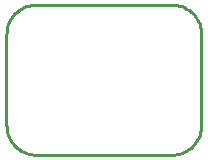
<source format=gbr>
G04 EAGLE Gerber RS-274X export*
G75*
%MOMM*%
%FSLAX34Y34*%
%LPD*%
%IN*%
%IPPOS*%
%AMOC8*
5,1,8,0,0,1.08239X$1,22.5*%
G01*
%ADD10C,0.254000*%


D10*
X10160Y25400D02*
X10257Y23186D01*
X10546Y20989D01*
X11025Y18826D01*
X11692Y16713D01*
X12540Y14666D01*
X13563Y12700D01*
X14754Y10831D01*
X16102Y9073D01*
X17600Y7440D01*
X19233Y5942D01*
X20991Y4594D01*
X22860Y3403D01*
X24826Y2380D01*
X26873Y1532D01*
X28986Y865D01*
X31149Y386D01*
X33346Y97D01*
X35560Y0D01*
X149860Y0D01*
X152074Y97D01*
X154271Y386D01*
X156434Y865D01*
X158547Y1532D01*
X160595Y2380D01*
X162560Y3403D01*
X164429Y4594D01*
X166187Y5942D01*
X167821Y7440D01*
X169318Y9073D01*
X170666Y10831D01*
X171857Y12700D01*
X172880Y14666D01*
X173728Y16713D01*
X174395Y18826D01*
X174874Y20989D01*
X175163Y23186D01*
X175260Y25400D01*
X175260Y101600D01*
X175163Y103814D01*
X174874Y106011D01*
X174395Y108174D01*
X173728Y110287D01*
X172880Y112335D01*
X171857Y114300D01*
X170666Y116169D01*
X169318Y117927D01*
X167821Y119561D01*
X166187Y121058D01*
X164429Y122406D01*
X162560Y123597D01*
X160595Y124620D01*
X158547Y125468D01*
X156434Y126135D01*
X154271Y126614D01*
X152074Y126903D01*
X149860Y127000D01*
X35560Y127000D01*
X33346Y126903D01*
X31149Y126614D01*
X28986Y126135D01*
X26873Y125468D01*
X24826Y124620D01*
X22860Y123597D01*
X20991Y122406D01*
X19233Y121058D01*
X17600Y119561D01*
X16102Y117927D01*
X14754Y116169D01*
X13563Y114300D01*
X12540Y112335D01*
X11692Y110287D01*
X11025Y108174D01*
X10546Y106011D01*
X10257Y103814D01*
X10160Y101600D01*
X10160Y25400D01*
M02*

</source>
